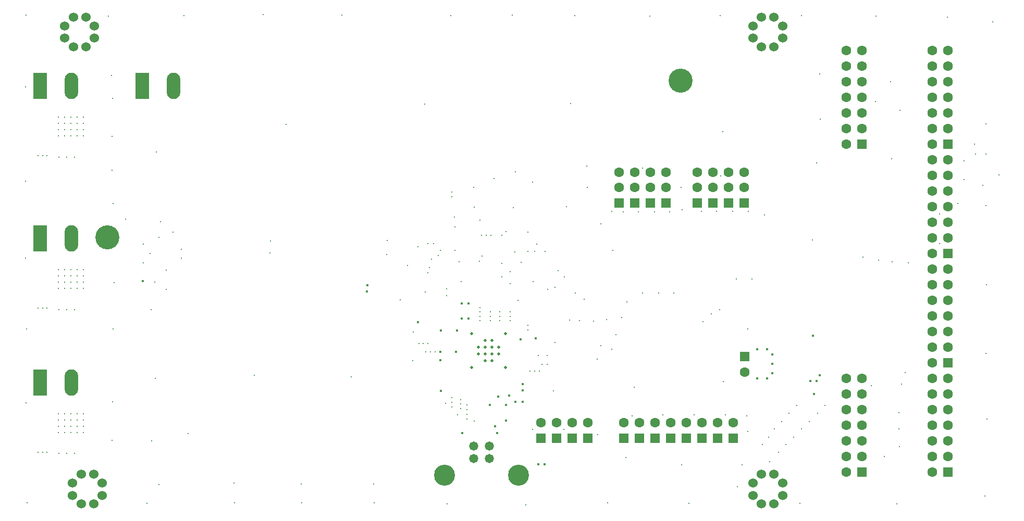
<source format=gbs>
G04*
G04 #@! TF.GenerationSoftware,Altium Limited,Altium Designer,18.1.6 (161)*
G04*
G04 Layer_Color=16711935*
%FSLAX25Y25*%
%MOIN*%
G70*
G01*
G75*
%ADD79C,0.06000*%
%ADD81C,0.05800*%
%ADD82C,0.13450*%
%ADD83R,0.06306X0.06306*%
%ADD84C,0.06306*%
%ADD85C,0.15400*%
%ADD86R,0.08650X0.16900*%
%ADD87O,0.08650X0.16900*%
%ADD88R,0.06306X0.06306*%
%ADD89C,0.01200*%
%ADD90C,0.01700*%
%ADD91C,0.02000*%
%ADD152C,0.01000*%
G54D79*
X48937Y5551D02*
D03*
X41063D02*
D03*
X35551Y11063D02*
D03*
Y18937D02*
D03*
X41063Y24449D02*
D03*
X48937D02*
D03*
X54449Y18937D02*
D03*
Y11063D02*
D03*
X43937Y298351D02*
D03*
X36063D02*
D03*
X30551Y303863D02*
D03*
Y311737D02*
D03*
X36063Y317249D02*
D03*
X43937D02*
D03*
X49449Y311737D02*
D03*
Y303863D02*
D03*
X484137Y5551D02*
D03*
X476263D02*
D03*
X470751Y11063D02*
D03*
Y18937D02*
D03*
X476263Y24449D02*
D03*
X484137D02*
D03*
X489649Y18937D02*
D03*
Y11063D02*
D03*
X484137Y298351D02*
D03*
X476263D02*
D03*
X470751Y303863D02*
D03*
Y311737D02*
D03*
X476263Y317249D02*
D03*
X484137D02*
D03*
X489649Y311737D02*
D03*
Y303863D02*
D03*
G54D81*
X302022Y42600D02*
D03*
X292101D02*
D03*
Y34700D02*
D03*
X302022D02*
D03*
G54D82*
X273400Y24000D02*
D03*
X320722D02*
D03*
G54D83*
X465500Y99979D02*
D03*
X365000Y47500D02*
D03*
X355000D02*
D03*
X345000D02*
D03*
X335000D02*
D03*
X465200Y198200D02*
D03*
X455200D02*
D03*
X445200D02*
D03*
X435200D02*
D03*
X415200D02*
D03*
X405200D02*
D03*
X395200D02*
D03*
X385200D02*
D03*
X458100Y47700D02*
D03*
X448100D02*
D03*
X438100D02*
D03*
X428100D02*
D03*
X418100D02*
D03*
X408100D02*
D03*
X398100D02*
D03*
X388100D02*
D03*
G54D84*
X465500Y89979D02*
D03*
X365000Y57500D02*
D03*
X355000D02*
D03*
X345000D02*
D03*
X335000D02*
D03*
X465200Y208200D02*
D03*
Y217964D02*
D03*
X455200Y208200D02*
D03*
Y217964D02*
D03*
X445200Y208200D02*
D03*
Y217964D02*
D03*
X435200Y208200D02*
D03*
Y217964D02*
D03*
X415200Y208200D02*
D03*
Y217964D02*
D03*
X405200Y208200D02*
D03*
Y217964D02*
D03*
X395200Y208200D02*
D03*
Y217964D02*
D03*
X385200Y208200D02*
D03*
Y217964D02*
D03*
X458100Y57700D02*
D03*
X540338Y86028D02*
D03*
X530338D02*
D03*
X540338Y76028D02*
D03*
X530338D02*
D03*
X540338Y66028D02*
D03*
X530338D02*
D03*
X540338Y56028D02*
D03*
X530338D02*
D03*
X540338Y46028D02*
D03*
X530338D02*
D03*
X540338Y36028D02*
D03*
X530338D02*
D03*
Y26028D02*
D03*
Y236028D02*
D03*
Y246028D02*
D03*
X540338D02*
D03*
X530338Y256028D02*
D03*
X540338D02*
D03*
X530338Y266028D02*
D03*
X540338D02*
D03*
X530338Y276028D02*
D03*
X540338D02*
D03*
X530338Y286028D02*
D03*
X540338D02*
D03*
X530338Y296028D02*
D03*
X540338D02*
D03*
X595476Y86028D02*
D03*
X585476D02*
D03*
X595476Y76028D02*
D03*
X585476D02*
D03*
X595476Y66028D02*
D03*
X585476D02*
D03*
X595476Y56028D02*
D03*
X585476D02*
D03*
X595476Y46028D02*
D03*
X585476D02*
D03*
X595476Y36028D02*
D03*
X585476D02*
D03*
Y26028D02*
D03*
X585495Y96028D02*
D03*
Y106028D02*
D03*
X595495D02*
D03*
X585495Y116028D02*
D03*
X595495D02*
D03*
X585495Y126028D02*
D03*
X595495D02*
D03*
X585495Y136028D02*
D03*
X595495D02*
D03*
X585495Y146028D02*
D03*
X595495D02*
D03*
X585495Y156028D02*
D03*
X595495D02*
D03*
Y296028D02*
D03*
X585495D02*
D03*
X595495Y286028D02*
D03*
X585495D02*
D03*
X595495Y276028D02*
D03*
X585495D02*
D03*
X595495Y266028D02*
D03*
X585495D02*
D03*
X595495Y256028D02*
D03*
X585495D02*
D03*
X595495Y246028D02*
D03*
X585495D02*
D03*
Y236028D02*
D03*
Y166028D02*
D03*
Y176028D02*
D03*
X595495D02*
D03*
X585495Y186028D02*
D03*
X595495D02*
D03*
X585495Y196028D02*
D03*
X595495D02*
D03*
X585495Y206028D02*
D03*
X595495D02*
D03*
X585495Y216028D02*
D03*
X595495D02*
D03*
X585495Y226028D02*
D03*
X595495D02*
D03*
X448100Y57700D02*
D03*
X438100D02*
D03*
X428100D02*
D03*
X418100D02*
D03*
X408100D02*
D03*
X398100D02*
D03*
X388100D02*
D03*
G54D85*
X57900Y176200D02*
D03*
X424400Y276700D02*
D03*
G54D86*
X80000Y273200D02*
D03*
X14700Y83400D02*
D03*
Y175700D02*
D03*
Y273200D02*
D03*
G54D87*
X100000D02*
D03*
X34700Y83400D02*
D03*
Y175700D02*
D03*
Y273200D02*
D03*
G54D88*
X540338Y26028D02*
D03*
Y236028D02*
D03*
X595476Y26028D02*
D03*
X595495Y96028D02*
D03*
Y236028D02*
D03*
Y166028D02*
D03*
G54D89*
X460800Y16500D02*
D03*
X463800Y30600D02*
D03*
X481500Y32576D02*
D03*
X516900Y68500D02*
D03*
X512200Y63500D02*
D03*
X506800Y58400D02*
D03*
X501900Y53500D02*
D03*
X496700Y48400D02*
D03*
X491700Y43500D02*
D03*
X487006Y38500D02*
D03*
X498700Y68600D02*
D03*
X493800Y63500D02*
D03*
X488938Y58400D02*
D03*
X484300Y53600D02*
D03*
X480700Y48400D02*
D03*
X476600Y43600D02*
D03*
X228100Y18200D02*
D03*
X181700Y18300D02*
D03*
X85800Y130050D02*
D03*
X138800Y18800D02*
D03*
X90700Y18100D02*
D03*
X86200Y46100D02*
D03*
X60900Y46200D02*
D03*
X61000Y70900D02*
D03*
X61500Y117600D02*
D03*
X5300Y162900D02*
D03*
X60400Y280000D02*
D03*
X61200Y265400D02*
D03*
X60800Y240800D02*
D03*
Y219400D02*
D03*
X61400Y197800D02*
D03*
X451300Y244000D02*
D03*
X364400Y221815D02*
D03*
X318600Y218200D02*
D03*
X351300Y195900D02*
D03*
X317300Y195400D02*
D03*
X292500Y195500D02*
D03*
X292200Y208300D02*
D03*
X424600Y208200D02*
D03*
X364900Y208300D02*
D03*
X380300Y192800D02*
D03*
X387700Y192700D02*
D03*
X397300D02*
D03*
X407600D02*
D03*
X417500D02*
D03*
X425400Y194000D02*
D03*
X437600Y192900D02*
D03*
X447400Y192800D02*
D03*
X457600Y192900D02*
D03*
X467600D02*
D03*
X478000Y190500D02*
D03*
X354100Y262000D02*
D03*
X260600Y261700D02*
D03*
X172000Y248500D02*
D03*
X89100Y230900D02*
D03*
X453200Y62700D02*
D03*
X433200D02*
D03*
X413200Y62600D02*
D03*
X393300Y61800D02*
D03*
X371322Y49900D02*
D03*
X329900Y53300D02*
D03*
X349900D02*
D03*
X451600Y83800D02*
D03*
X394800Y80200D02*
D03*
X343007Y77800D02*
D03*
X213800Y87100D02*
D03*
X151900Y88100D02*
D03*
X88300Y86000D02*
D03*
X161800Y166400D02*
D03*
X162000Y173900D02*
D03*
X236900Y174300D02*
D03*
X236500Y165400D02*
D03*
X292300Y58500D02*
D03*
X281700Y62700D02*
D03*
X274100Y70000D02*
D03*
X320500Y135900D02*
D03*
X353300Y123200D02*
D03*
X359800Y123000D02*
D03*
X368900Y122700D02*
D03*
X377100Y123700D02*
D03*
X386900Y124800D02*
D03*
X438600Y122300D02*
D03*
X467500Y117600D02*
D03*
X546300Y81300D02*
D03*
X568200Y89700D02*
D03*
X565700Y82300D02*
D03*
X564200Y63800D02*
D03*
Y53700D02*
D03*
X564300Y42200D02*
D03*
X590100Y172300D02*
D03*
Y191200D02*
D03*
X554700Y36000D02*
D03*
X570000Y159800D02*
D03*
X559900Y160500D02*
D03*
X551000Y161700D02*
D03*
X541200Y163600D02*
D03*
X508800Y174700D02*
D03*
X559400Y226600D02*
D03*
X549000Y263200D02*
D03*
X228400Y6400D02*
D03*
X182100Y6200D02*
D03*
X256348Y170200D02*
D03*
X270700Y167900D02*
D03*
X262600Y172300D02*
D03*
X253200Y97300D02*
D03*
X253300Y115600D02*
D03*
X109400Y50500D02*
D03*
X85000Y165900D02*
D03*
X91900Y186300D02*
D03*
X261200Y141200D02*
D03*
X265100Y162400D02*
D03*
X266500Y172300D02*
D03*
X269400Y164700D02*
D03*
X257000Y108200D02*
D03*
X259900D02*
D03*
X262900Y108237D02*
D03*
X261300Y102900D02*
D03*
X264300D02*
D03*
X267300D02*
D03*
X287900Y60000D02*
D03*
X284000Y148100D02*
D03*
X287900Y63000D02*
D03*
Y66000D02*
D03*
Y68900D02*
D03*
X283700Y66600D02*
D03*
Y69500D02*
D03*
Y72400D02*
D03*
X335600Y95000D02*
D03*
X339000D02*
D03*
X334100Y90500D02*
D03*
X331200D02*
D03*
X328200D02*
D03*
X245100Y136200D02*
D03*
X249700Y158200D02*
D03*
X274600Y139100D02*
D03*
X444000Y127300D02*
D03*
X373400Y185100D02*
D03*
X362700Y136600D02*
D03*
X274600Y143300D02*
D03*
X449300Y129900D02*
D03*
X390200Y135100D02*
D03*
X357000Y140600D02*
D03*
X339400Y142900D02*
D03*
X400200Y140600D02*
D03*
X410300D02*
D03*
X420200D02*
D03*
X344000Y108900D02*
D03*
X344100Y144200D02*
D03*
X262600Y153700D02*
D03*
X330200Y148100D02*
D03*
X263900Y156900D02*
D03*
X350100Y151000D02*
D03*
X460200Y149700D02*
D03*
X470200D02*
D03*
X315500Y154200D02*
D03*
X310000Y159500D02*
D03*
X346200Y154900D02*
D03*
X282800Y160500D02*
D03*
X322400Y160200D02*
D03*
X280200Y168000D02*
D03*
X331000Y167400D02*
D03*
X337700D02*
D03*
X381000Y167900D02*
D03*
X332400Y171800D02*
D03*
X279800Y189300D02*
D03*
X297200Y177500D02*
D03*
X300100D02*
D03*
X303000D02*
D03*
X280200Y183000D02*
D03*
X296000Y187200D02*
D03*
X371200Y98400D02*
D03*
X326800Y179600D02*
D03*
X339000Y100500D02*
D03*
X333500D02*
D03*
X380500Y104700D02*
D03*
X373300Y106800D02*
D03*
X383100Y114100D02*
D03*
X326800Y167400D02*
D03*
X312900Y179800D02*
D03*
X295900Y161100D02*
D03*
X297300Y164200D02*
D03*
X305100Y213900D02*
D03*
X329700Y211500D02*
D03*
X326800Y120000D02*
D03*
Y117000D02*
D03*
X278200Y205300D02*
D03*
Y202300D02*
D03*
X278070Y67700D02*
D03*
Y70600D02*
D03*
Y73500D02*
D03*
X310000Y177500D02*
D03*
Y150800D02*
D03*
X315500Y146700D02*
D03*
X296100Y131400D02*
D03*
X302900Y128600D02*
D03*
Y125700D02*
D03*
Y122800D02*
D03*
X296000Y128600D02*
D03*
Y125700D02*
D03*
X295988Y122788D02*
D03*
X308600Y128600D02*
D03*
Y125700D02*
D03*
Y122800D02*
D03*
X315500Y128600D02*
D03*
Y125700D02*
D03*
X318400Y167000D02*
D03*
X315500Y122800D02*
D03*
X601800Y198000D02*
D03*
X13500Y228500D02*
D03*
X16300D02*
D03*
X19200D02*
D03*
X13500Y131000D02*
D03*
X16300D02*
D03*
X19200D02*
D03*
Y38700D02*
D03*
X16300D02*
D03*
X13500D02*
D03*
X105200Y168705D02*
D03*
X95400Y143000D02*
D03*
X26800Y37800D02*
D03*
X31800D02*
D03*
X36800D02*
D03*
X26800Y130100D02*
D03*
X31800D02*
D03*
X36800D02*
D03*
Y227600D02*
D03*
X31800D02*
D03*
X26800D02*
D03*
X88200Y147500D02*
D03*
X99700Y179500D02*
D03*
X90883Y176186D02*
D03*
X95420Y155320D02*
D03*
X105200Y162800D02*
D03*
X80600Y159800D02*
D03*
Y171800D02*
D03*
X605900Y225400D02*
D03*
Y213400D02*
D03*
X617780Y209520D02*
D03*
X628000Y216400D02*
D03*
X613243Y229457D02*
D03*
X619748Y229451D02*
D03*
X467400Y52100D02*
D03*
X466800Y61900D02*
D03*
X389400Y35200D02*
D03*
X425100Y30700D02*
D03*
X619200Y10600D02*
D03*
X620300Y59800D02*
D03*
X619900Y101900D02*
D03*
X620100Y145800D02*
D03*
X619600Y196600D02*
D03*
X619700Y248800D02*
D03*
X624200Y314400D02*
D03*
X558800Y275900D02*
D03*
X564600Y257500D02*
D03*
X612400Y236100D02*
D03*
X513500Y281100D02*
D03*
X513700Y252100D02*
D03*
X511500Y224100D02*
D03*
X450200Y215700D02*
D03*
X400200Y220600D02*
D03*
X69300Y188000D02*
D03*
X62000Y147200D02*
D03*
X595100Y317200D02*
D03*
X549400Y318100D02*
D03*
X501900Y318200D02*
D03*
X449600D02*
D03*
X404700Y318000D02*
D03*
X356800Y318300D02*
D03*
X316600Y318600D02*
D03*
X277400Y318300D02*
D03*
X207900Y318500D02*
D03*
X157500Y318800D02*
D03*
X106900Y318300D02*
D03*
X58300Y317800D02*
D03*
X5900Y318500D02*
D03*
X5400Y272500D02*
D03*
X5300Y212400D02*
D03*
X6200Y117700D02*
D03*
X5900Y70300D02*
D03*
X6500Y6300D02*
D03*
X83100Y5900D02*
D03*
X139100Y6400D02*
D03*
X275000Y5600D02*
D03*
X325300Y5000D02*
D03*
X377600Y6200D02*
D03*
X429800Y6000D02*
D03*
X500600Y5800D02*
D03*
X562700Y5500D02*
D03*
G54D90*
X256348Y121852D02*
D03*
X337400Y30905D02*
D03*
X333300Y30900D02*
D03*
X509700Y76000D02*
D03*
X473500Y104600D02*
D03*
X479600D02*
D03*
X483000Y101200D02*
D03*
Y95300D02*
D03*
Y89400D02*
D03*
X479700Y86028D02*
D03*
X473500Y86000D02*
D03*
X513300Y88000D02*
D03*
X511400Y84300D02*
D03*
X507300D02*
D03*
X509200Y113300D02*
D03*
X80300Y148400D02*
D03*
X223915Y141715D02*
D03*
X223985Y145485D02*
D03*
X306975Y50800D02*
D03*
X284800D02*
D03*
X312600Y69000D02*
D03*
X305600Y55400D02*
D03*
X312600Y58800D02*
D03*
X314600Y75100D02*
D03*
X302500Y69000D02*
D03*
X323500Y82200D02*
D03*
Y78300D02*
D03*
X280700Y102913D02*
D03*
X281300Y116600D02*
D03*
X322200Y110800D02*
D03*
X288600Y124400D02*
D03*
X271000Y78100D02*
D03*
X270900Y102900D02*
D03*
X271100Y116600D02*
D03*
X288600Y134100D02*
D03*
X331900Y111613D02*
D03*
X284400Y124370D02*
D03*
Y134070D02*
D03*
X318630Y71070D02*
D03*
X323500Y71100D02*
D03*
X307600Y74400D02*
D03*
X270900Y97700D02*
D03*
G54D91*
X290673Y114527D02*
D03*
X312327D02*
D03*
X299335Y110196D02*
D03*
X303665D02*
D03*
X307996Y105865D02*
D03*
Y101535D02*
D03*
X299335Y97204D02*
D03*
X303665D02*
D03*
X290673Y92873D02*
D03*
X312327D02*
D03*
X295004Y101535D02*
D03*
Y105865D02*
D03*
X303665Y101535D02*
D03*
X299335D02*
D03*
Y105865D02*
D03*
X303665D02*
D03*
G54D152*
X38300Y241200D02*
D03*
X42300D02*
D03*
Y245200D02*
D03*
X38300D02*
D03*
Y249200D02*
D03*
X42300D02*
D03*
Y253200D02*
D03*
X38300D02*
D03*
X30300D02*
D03*
X26300D02*
D03*
Y249200D02*
D03*
X30300D02*
D03*
Y245200D02*
D03*
X26300D02*
D03*
Y241200D02*
D03*
X30300D02*
D03*
X34300D02*
D03*
Y245200D02*
D03*
Y253200D02*
D03*
Y249200D02*
D03*
X38300Y51400D02*
D03*
X42300D02*
D03*
Y55400D02*
D03*
X38300D02*
D03*
Y59400D02*
D03*
X42300D02*
D03*
Y63400D02*
D03*
X38300D02*
D03*
X30300D02*
D03*
X26300D02*
D03*
Y59400D02*
D03*
X30300D02*
D03*
Y55400D02*
D03*
X26300D02*
D03*
Y51400D02*
D03*
X30300D02*
D03*
X34300D02*
D03*
Y55400D02*
D03*
Y63400D02*
D03*
Y59400D02*
D03*
X38300Y143700D02*
D03*
X42300D02*
D03*
Y147700D02*
D03*
X38300D02*
D03*
Y151700D02*
D03*
X42300D02*
D03*
Y155700D02*
D03*
X38300D02*
D03*
X30300D02*
D03*
X26300D02*
D03*
Y151700D02*
D03*
X30300D02*
D03*
Y147700D02*
D03*
X26300D02*
D03*
Y143700D02*
D03*
X30300D02*
D03*
X34300D02*
D03*
Y147700D02*
D03*
Y155700D02*
D03*
Y151700D02*
D03*
M02*

</source>
